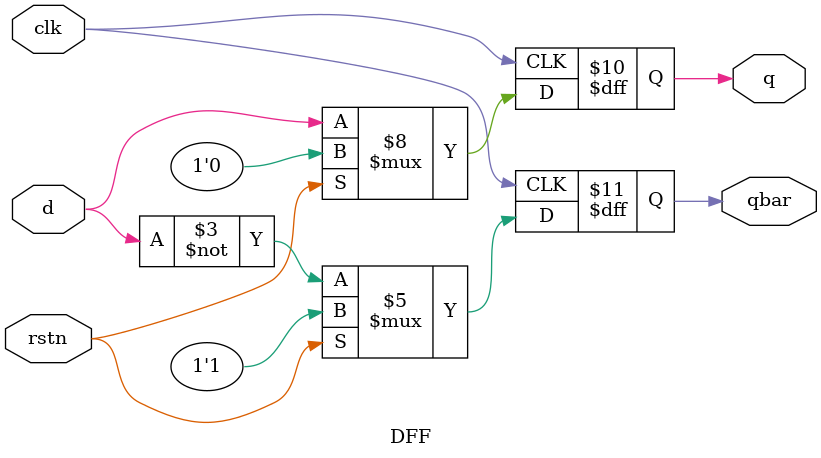
<source format=v>
`timescale 1ns / 1ps
module DFF(d,clk,rstn,q,qbar); 
	input d, clk, rstn; 
	output reg q, qbar; 
	always @(posedge clk) 
	begin
		if(rstn== 1)begin
			q <= 0;
			qbar <= 1;
			end
		else begin
			q <= d; 
			qbar <= ~d;
end			
	end 
endmodule

</source>
